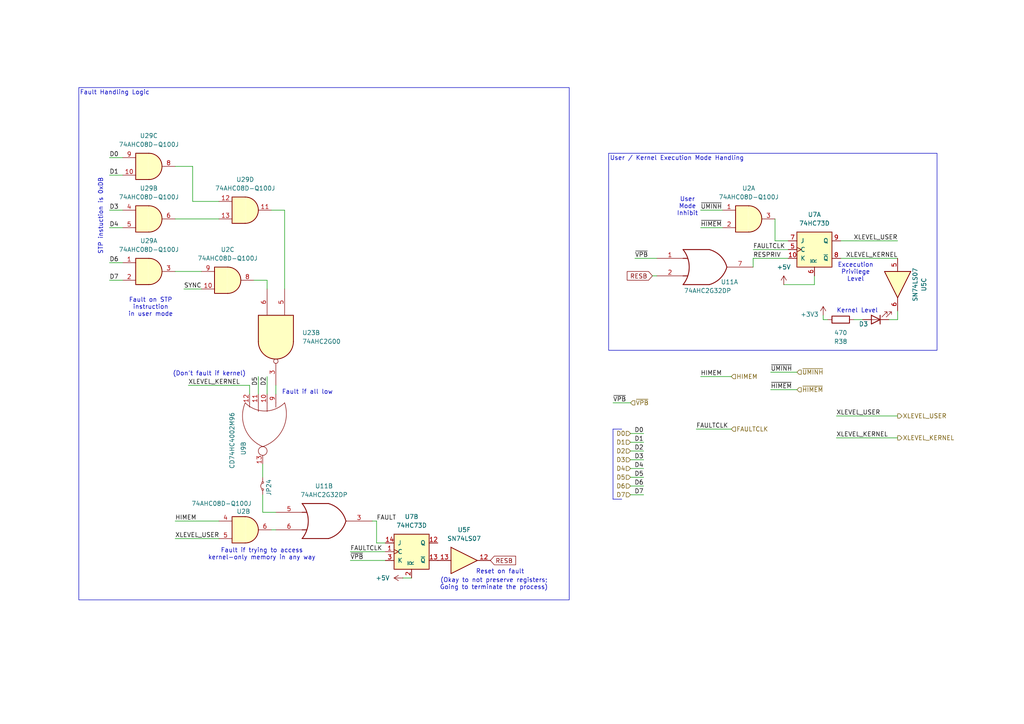
<source format=kicad_sch>
(kicad_sch (version 20250114) (generator "eeschema") (generator_version "9.0")
  (paper "A4")
  (title_block (title "65c02 Homebrew") (rev "Prelim") (company "Joseph R. Freeston") (comment 2 "https://github.com/snorklerjoe/useful6502") (comment 4 "A 65c02-based computer with peripheral i/o offloaded to a PIC16 microcontroller."))
  (lib_symbols
    (symbol "74xGxx:74AHC2G00"
      (property "Reference" "U" (at -2.54 3.81 0))
      (property "Value" "74AHC2G00" (at 0 -3.81 0))
      (symbol "74AHC2G00_1_1"
        (arc (start 0 5.08) (mid 5.0579 0) (end 0 -5.08) (stroke (width 0.254)) (fill (type background)))
        (polyline (pts (xy 0 -5.08) (xy -7.62 -5.08) (xy -7.62 5.08) (xy 0 5.08)) (stroke (width 0.254)) (fill (type background)))
        (pin input line (at -15.24 2.54 0) (length 7.62) (name "~") (number "1"))
        (pin input line (at -15.24 -2.54 0) (length 7.62) (name "~") (number "2"))
        (pin output inverted (at 12.7 0 180) (length 7.62) (name "~") (number "7"))
      )
      (symbol "74AHC2G00_2_1"
        (arc (start 0 5.08) (mid 5.0579 0) (end 0 -5.08) (stroke (width 0.254)) (fill (type background)))
        (polyline (pts (xy 0 -5.08) (xy -7.62 -5.08) (xy -7.62 5.08) (xy 0 5.08)) (stroke (width 0.254)) (fill (type background)))
        (pin input line (at -15.24 2.54 0) (length 7.62) (name "~") (number "5"))
        (pin input line (at -15.24 -2.54 0) (length 7.62) (name "~") (number "6"))
        (pin output inverted (at 12.7 0 180) (length 7.62) (name "~") (number "3"))
      )
      (symbol "74AHC2G00_3_0"
        (rectangle (start -5.08 -5.08) (end 5.08 5.08) (stroke (width 0.254)) (fill (type background)))
      )
      (symbol "74AHC2G00_3_1"
        (pin power_in line (at 0 10.16 270) (length 5.08) (name "VCC") (number "8"))
        (pin power_in line (at 0 -10.16 90) (length 5.08) (name "GND") (number "4"))
      )
    )
    (symbol "74xGxx:74LVC2G32"
      (property "Reference" "U" (at -7.62 7.62 0))
      (property "Value" "74LVC2G32" (at -7.62 -7.62 0))
      (symbol "74LVC2G32_1_1"
        (arc (start -7.62 5.08) (mid -5.838 0) (end -7.62 -5.08) (stroke (width 0.254)))
        (polyline (pts (xy -7.62 2.54) (xy -6.35 2.54)) (stroke (width 0.254)) (fill (type background)))
        (polyline (pts (xy -7.62 -2.54) (xy -6.35 -2.54)) (stroke (width 0.254)) (fill (type background)))
        (arc (start 5.08 0) (mid 3.202 -3.202) (end 0 -5.08) (stroke (width 0.254)))
        (arc (start 0 5.08) (mid 3.2271 3.2271) (end 5.08 0) (stroke (width 0.254)))
        (polyline (pts (xy 0 5.08) (xy -7.62 5.08)) (stroke (width 0.254)) (fill (type background)))
        (polyline (pts (xy 0 -5.08) (xy -7.62 -5.08)) (stroke (width 0.254)) (fill (type background)))
        (pin input line (at -15.24 2.54 0) (length 7.62) (name "~") (number "1"))
        (pin input line (at -15.24 -2.54 0) (length 7.62) (name "~") (number "2"))
        (pin output line (at 12.7 0 180) (length 7.62) (name "~") (number "7"))
      )
      (symbol "74LVC2G32_2_1"
        (arc (start -7.62 5.08) (mid -5.838 0) (end -7.62 -5.08) (stroke (width 0.254)))
        (polyline (pts (xy -7.62 2.54) (xy -6.35 2.54)) (stroke (width 0.254)) (fill (type background)))
        (polyline (pts (xy -7.62 -2.54) (xy -6.35 -2.54)) (stroke (width 0.254)) (fill (type background)))
        (arc (start 5.08 0) (mid 3.202 -3.202) (end 0 -5.08) (stroke (width 0.254)))
        (arc (start 0 5.08) (mid 3.2271 3.2271) (end 5.08 0) (stroke (width 0.254)))
        (polyline (pts (xy 0 5.08) (xy -7.62 5.08)) (stroke (width 0.254)) (fill (type background)))
        (polyline (pts (xy 0 -5.08) (xy -7.62 -5.08)) (stroke (width 0.254)) (fill (type background)))
        (pin input line (at -15.24 2.54 0) (length 7.62) (name "~") (number "5"))
        (pin input line (at -15.24 -2.54 0) (length 7.62) (name "~") (number "6"))
        (pin output line (at 12.7 0 180) (length 7.62) (name "~") (number "3"))
      )
      (symbol "74LVC2G32_3_0"
        (rectangle (start -5.08 -5.08) (end 5.08 5.08) (stroke (width 0.254)) (fill (type background)))
      )
      (symbol "74LVC2G32_3_1"
        (pin power_in line (at 0 10.16 270) (length 5.08) (name "VCC") (number "8"))
        (pin power_in line (at 0 -10.16 90) (length 5.08) (name "GND") (number "4"))
      )
    )
    (symbol "74xx:74LS08" (pin_names (offset 1.016))
      (property "Reference" "U" (at 0 1.27 0))
      (property "Value" "74LS08" (at 0 -1.27 0))
      (symbol "74LS08_1_1"
        (arc (start 0 3.81) (mid 3.7934 0) (end 0 -3.81) (stroke (width 0.254)) (fill (type background)))
        (polyline (pts (xy 0 3.81) (xy -3.81 3.81) (xy -3.81 -3.81) (xy 0 -3.81)) (stroke (width 0.254)) (fill (type background)))
        (pin input line (at -7.62 2.54 0) (length 3.81) (name "~") (number "1"))
        (pin input line (at -7.62 -2.54 0) (length 3.81) (name "~") (number "2"))
        (pin output line (at 7.62 0 180) (length 3.81) (name "~") (number "3"))
      )
      (symbol "74LS08_1_2"
        (arc (start -3.81 3.81) (mid -2.589 0) (end -3.81 -3.81) (stroke (width 0.254)))
        (polyline (pts (xy -3.81 3.81) (xy -0.635 3.81)) (stroke (width 0.254)) (fill (type background)))
        (polyline (pts (xy -3.81 -3.81) (xy -0.635 -3.81)) (stroke (width 0.254)) (fill (type background)))
        (arc (start 3.81 0) (mid 2.1855 -2.584) (end -0.6096 -3.81) (stroke (width 0.254)) (fill (type background)))
        (arc (start -0.6096 3.81) (mid 2.1928 2.5924) (end 3.81 0) (stroke (width 0.254)) (fill (type background)))
        (polyline (pts (xy -0.635 3.81) (xy -3.81 3.81) (xy -3.81 3.81) (xy -3.556 3.4036) (xy -3.0226 2.2606) (xy -2.6924 1.0414) (xy -2.6162 -0.254) (xy -2.7686 -1.4986) (xy -3.175 -2.7178) (xy -3.81 -3.81) (xy -3.81 -3.81) (xy -0.635 -3.81)) (stroke (width -25.4)) (fill (type background)))
        (pin input inverted (at -7.62 2.54 0) (length 4.318) (name "~") (number "1"))
        (pin input inverted (at -7.62 -2.54 0) (length 4.318) (name "~") (number "2"))
        (pin output inverted (at 7.62 0 180) (length 3.81) (name "~") (number "3"))
      )
      (symbol "74LS08_2_1"
        (arc (start 0 3.81) (mid 3.7934 0) (end 0 -3.81) (stroke (width 0.254)) (fill (type background)))
        (polyline (pts (xy 0 3.81) (xy -3.81 3.81) (xy -3.81 -3.81) (xy 0 -3.81)) (stroke (width 0.254)) (fill (type background)))
        (pin input line (at -7.62 2.54 0) (length 3.81) (name "~") (number "4"))
        (pin input line (at -7.62 -2.54 0) (length 3.81) (name "~") (number "5"))
        (pin output line (at 7.62 0 180) (length 3.81) (name "~") (number "6"))
      )
      (symbol "74LS08_2_2"
        (arc (start -3.81 3.81) (mid -2.589 0) (end -3.81 -3.81) (stroke (width 0.254)))
        (polyline (pts (xy -3.81 3.81) (xy -0.635 3.81)) (stroke (width 0.254)) (fill (type background)))
        (polyline (pts (xy -3.81 -3.81) (xy -0.635 -3.81)) (stroke (width 0.254)) (fill (type background)))
        (arc (start 3.81 0) (mid 2.1855 -2.584) (end -0.6096 -3.81) (stroke (width 0.254)) (fill (type background)))
        (arc (start -0.6096 3.81) (mid 2.1928 2.5924) (end 3.81 0) (stroke (width 0.254)) (fill (type background)))
        (polyline (pts (xy -0.635 3.81) (xy -3.81 3.81) (xy -3.81 3.81) (xy -3.556 3.4036) (xy -3.0226 2.2606) (xy -2.6924 1.0414) (xy -2.6162 -0.254) (xy -2.7686 -1.4986) (xy -3.175 -2.7178) (xy -3.81 -3.81) (xy -3.81 -3.81) (xy -0.635 -3.81)) (stroke (width -25.4)) (fill (type background)))
        (pin input inverted (at -7.62 2.54 0) (length 4.318) (name "~") (number "4"))
        (pin input inverted (at -7.62 -2.54 0) (length 4.318) (name "~") (number "5"))
        (pin output inverted (at 7.62 0 180) (length 3.81) (name "~") (number "6"))
      )
      (symbol "74LS08_3_1"
        (arc (start 0 3.81) (mid 3.7934 0) (end 0 -3.81) (stroke (width 0.254)) (fill (type background)))
        (polyline (pts (xy 0 3.81) (xy -3.81 3.81) (xy -3.81 -3.81) (xy 0 -3.81)) (stroke (width 0.254)) (fill (type background)))
        (pin input line (at -7.62 2.54 0) (length 3.81) (name "~") (number "9"))
        (pin input line (at -7.62 -2.54 0) (length 3.81) (name "~") (number "10"))
        (pin output line (at 7.62 0 180) (length 3.81) (name "~") (number "8"))
      )
      (symbol "74LS08_3_2"
        (arc (start -3.81 3.81) (mid -2.589 0) (end -3.81 -3.81) (stroke (width 0.254)))
        (polyline (pts (xy -3.81 3.81) (xy -0.635 3.81)) (stroke (width 0.254)) (fill (type background)))
        (polyline (pts (xy -3.81 -3.81) (xy -0.635 -3.81)) (stroke (width 0.254)) (fill (type background)))
        (arc (start 3.81 0) (mid 2.1855 -2.584) (end -0.6096 -3.81) (stroke (width 0.254)) (fill (type background)))
        (arc (start -0.6096 3.81) (mid 2.1928 2.5924) (end 3.81 0) (stroke (width 0.254)) (fill (type background)))
        (polyline (pts (xy -0.635 3.81) (xy -3.81 3.81) (xy -3.81 3.81) (xy -3.556 3.4036) (xy -3.0226 2.2606) (xy -2.6924 1.0414) (xy -2.6162 -0.254) (xy -2.7686 -1.4986) (xy -3.175 -2.7178) (xy -3.81 -3.81) (xy -3.81 -3.81) (xy -0.635 -3.81)) (stroke (width -25.4)) (fill (type background)))
        (pin input inverted (at -7.62 2.54 0) (length 4.318) (name "~") (number "9"))
        (pin input inverted (at -7.62 -2.54 0) (length 4.318) (name "~") (number "10"))
        (pin output inverted (at 7.62 0 180) (length 3.81) (name "~") (number "8"))
      )
      (symbol "74LS08_4_1"
        (arc (start 0 3.81) (mid 3.7934 0) (end 0 -3.81) (stroke (width 0.254)) (fill (type background)))
        (polyline (pts (xy 0 3.81) (xy -3.81 3.81) (xy -3.81 -3.81) (xy 0 -3.81)) (stroke (width 0.254)) (fill (type background)))
        (pin input line (at -7.62 2.54 0) (length 3.81) (name "~") (number "12"))
        (pin input line (at -7.62 -2.54 0) (length 3.81) (name "~") (number "13"))
        (pin output line (at 7.62 0 180) (length 3.81) (name "~") (number "11"))
      )
      (symbol "74LS08_4_2"
        (arc (start -3.81 3.81) (mid -2.589 0) (end -3.81 -3.81) (stroke (width 0.254)))
        (polyline (pts (xy -3.81 3.81) (xy -0.635 3.81)) (stroke (width 0.254)) (fill (type background)))
        (polyline (pts (xy -3.81 -3.81) (xy -0.635 -3.81)) (stroke (width 0.254)) (fill (type background)))
        (arc (start 3.81 0) (mid 2.1855 -2.584) (end -0.6096 -3.81) (stroke (width 0.254)) (fill (type background)))
        (arc (start -0.6096 3.81) (mid 2.1928 2.5924) (end 3.81 0) (stroke (width 0.254)) (fill (type background)))
        (polyline (pts (xy -0.635 3.81) (xy -3.81 3.81) (xy -3.81 3.81) (xy -3.556 3.4036) (xy -3.0226 2.2606) (xy -2.6924 1.0414) (xy -2.6162 -0.254) (xy -2.7686 -1.4986) (xy -3.175 -2.7178) (xy -3.81 -3.81) (xy -3.81 -3.81) (xy -0.635 -3.81)) (stroke (width -25.4)) (fill (type background)))
        (pin input inverted (at -7.62 2.54 0) (length 4.318) (name "~") (number "12"))
        (pin input inverted (at -7.62 -2.54 0) (length 4.318) (name "~") (number "13"))
        (pin output inverted (at 7.62 0 180) (length 3.81) (name "~") (number "11"))
      )
      (symbol "74LS08_5_0"
        (pin power_in line (at 0 12.7 270) (length 5.08) (name "VCC") (number "14"))
        (pin power_in line (at 0 -12.7 90) (length 5.08) (name "GND") (number "7"))
      )
      (symbol "74LS08_5_1"
        (rectangle (start -5.08 7.62) (end 5.08 -7.62) (stroke (width 0.254)) (fill (type background)))
      )
    )
    (symbol "74xx:74LS73" (pin_names (offset 1.016))
      (property "Reference" "U" (at -7.62 8.89 0))
      (property "Value" "74LS73" (at -7.62 -8.89 0))
      (symbol "74LS73_1_0"
        (pin input line (at -7.62 2.54 0) (length 2.54) (name "J") (number "7"))
        (pin input clock (at -7.62 0 0) (length 2.54) (name "C") (number "5"))
        (pin input line (at -7.62 -2.54 0) (length 2.54) (name "K") (number "10"))
        (pin input line (at 0 -7.62 90) (length 2.54) (name "~{R}") (number "6"))
        (pin output line (at 7.62 2.54 180) (length 2.54) (name "Q") (number "9"))
        (pin output line (at 7.62 -2.54 180) (length 2.54) (name "~{Q}") (number "8"))
      )
      (symbol "74LS73_1_1"
        (rectangle (start -5.08 5.08) (end 5.08 -5.08) (stroke (width 0.254)) (fill (type background)))
      )
      (symbol "74LS73_2_0"
        (pin input line (at -7.62 2.54 0) (length 2.54) (name "J") (number "14"))
        (pin input clock (at -7.62 0 0) (length 2.54) (name "C") (number "1"))
        (pin input line (at -7.62 -2.54 0) (length 2.54) (name "K") (number "3"))
        (pin input line (at 0 -7.62 90) (length 2.54) (name "~{R}") (number "2"))
        (pin output line (at 7.62 2.54 180) (length 2.54) (name "Q") (number "12"))
        (pin output line (at 7.62 -2.54 180) (length 2.54) (name "~{Q}") (number "13"))
      )
      (symbol "74LS73_2_1"
        (rectangle (start -5.08 5.08) (end 5.08 -5.08) (stroke (width 0.254)) (fill (type background)))
      )
      (symbol "74LS73_3_0"
        (pin power_in line (at 0 10.16 270) (length 2.54) (name "VCC") (number "4"))
        (pin power_in line (at 0 -10.16 90) (length 2.54) (name "GND") (number "11"))
      )
      (symbol "74LS73_3_1"
        (rectangle (start -5.08 7.62) (end 5.08 -7.62) (stroke (width 0.254)) (fill (type background)))
      )
    )
    (symbol "74xx:SN74LS07" (pin_names (offset 1.016))
      (property "Reference" "U" (at 0 1.27 0))
      (property "Value" "SN74LS07" (at 0 -1.27 0))
      (symbol "SN74LS07_1_0"
        (polyline (pts (xy -3.81 3.81) (xy -3.81 -3.81) (xy 3.81 0) (xy -3.81 3.81)) (stroke (width 0.254)) (fill (type background)))
        (pin input line (at -7.62 0 0) (length 3.81) (name "~") (number "1"))
        (pin open_collector line (at 7.62 0 180) (length 3.81) (name "~") (number "2"))
      )
      (symbol "SN74LS07_2_0"
        (polyline (pts (xy -3.81 3.81) (xy -3.81 -3.81) (xy 3.81 0) (xy -3.81 3.81)) (stroke (width 0.254)) (fill (type background)))
        (pin input line (at -7.62 0 0) (length 3.81) (name "~") (number "3"))
        (pin open_collector line (at 7.62 0 180) (length 3.81) (name "~") (number "4"))
      )
      (symbol "SN74LS07_3_0"
        (polyline (pts (xy -3.81 3.81) (xy -3.81 -3.81) (xy 3.81 0) (xy -3.81 3.81)) (stroke (width 0.254)) (fill (type background)))
        (pin input line (at -7.62 0 0) (length 3.81) (name "~") (number "5"))
        (pin open_collector line (at 7.62 0 180) (length 3.81) (name "~") (number "6"))
      )
      (symbol "SN74LS07_4_0"
        (polyline (pts (xy -3.81 3.81) (xy -3.81 -3.81) (xy 3.81 0) (xy -3.81 3.81)) (stroke (width 0.254)) (fill (type background)))
        (pin input line (at -7.62 0 0) (length 3.81) (name "~") (number "9"))
        (pin open_collector line (at 7.62 0 180) (length 3.81) (name "~") (number "8"))
      )
      (symbol "SN74LS07_5_0"
        (polyline (pts (xy -3.81 3.81) (xy -3.81 -3.81) (xy 3.81 0) (xy -3.81 3.81)) (stroke (width 0.254)) (fill (type background)))
        (pin input line (at -7.62 0 0) (length 3.81) (name "~") (number "11"))
        (pin open_collector line (at 7.62 0 180) (length 3.81) (name "~") (number "10"))
      )
      (symbol "SN74LS07_6_0"
        (polyline (pts (xy -3.81 3.81) (xy -3.81 -3.81) (xy 3.81 0) (xy -3.81 3.81)) (stroke (width 0.254)) (fill (type background)))
        (pin input line (at -7.62 0 0) (length 3.81) (name "~") (number "13"))
        (pin open_collector line (at 7.62 0 180) (length 3.81) (name "~") (number "12"))
      )
      (symbol "SN74LS07_7_0"
        (pin power_in line (at 0 12.7 270) (length 5.08) (name "VCC") (number "14"))
        (pin power_in line (at 0 -12.7 90) (length 5.08) (name "GND") (number "7"))
      )
      (symbol "SN74LS07_7_1"
        (rectangle (start -5.08 7.62) (end 5.08 -7.62) (stroke (width 0.254)) (fill (type background)))
      )
    )
    (symbol "Device:LED" (pin_numbers (hide yes)) (pin_names (offset 1.016) (hide yes))
      (property "Reference" "D" (at 0 2.54 0))
      (property "Value" "LED" (at 0 -2.54 0))
      (symbol "LED_0_1"
        (polyline (pts (xy -3.048 -0.762) (xy -4.572 -2.286) (xy -3.81 -2.286) (xy -4.572 -2.286) (xy -4.572 -1.524)))
        (polyline (pts (xy -1.778 -0.762) (xy -3.302 -2.286) (xy -2.54 -2.286) (xy -3.302 -2.286) (xy -3.302 -1.524)))
        (polyline (pts (xy -1.27 0) (xy 1.27 0)))
        (polyline (pts (xy -1.27 -1.27) (xy -1.27 1.27)) (stroke (width 0.254)))
        (polyline (pts (xy 1.27 -1.27) (xy 1.27 1.27) (xy -1.27 0) (xy 1.27 -1.27)) (stroke (width 0.254)))
      )
      (symbol "LED_1_1"
        (pin passive line (at -3.81 0 0) (length 2.54) (name "K") (number "1"))
        (pin passive line (at 3.81 0 180) (length 2.54) (name "A") (number "2"))
      )
    )
    (symbol "Device:R" (pin_numbers (hide yes)) (pin_names (offset 0))
      (property "Reference" "R" (at 2.032 0 90))
      (property "Value" "R" (at 0 0 90))
      (symbol "R_0_1"
        (rectangle (start -1.016 -2.54) (end 1.016 2.54) (stroke (width 0.254)))
      )
      (symbol "R_1_1"
        (pin passive line (at 0 3.81 270) (length 1.27) (name "~") (number "1"))
        (pin passive line (at 0 -3.81 90) (length 1.27) (name "~") (number "2"))
      )
    )
    (symbol "Jumper:Jumper_2_Small_Bridged" (pin_numbers (hide yes)) (pin_names (offset 0) (hide yes))
      (property "Reference" "JP" (at 0 2.032 0))
      (property "Value" "Jumper_2_Small_Bridged" (at 0 -2.286 0))
      (symbol "Jumper_2_Small_Bridged_0_0"
        (circle (center -1.016 0) (radius 0.254))
        (circle (center 1.016 0) (radius 0.254))
      )
      (symbol "Jumper_2_Small_Bridged_0_1"
        (arc (start -0.762 0.254) (mid 0 0.5696) (end 0.762 0.254))
      )
      (symbol "Jumper_2_Small_Bridged_1_1"
        (pin passive line (at -2.54 0 0) (length 1.27) (name "A") (number "1"))
        (pin passive line (at 2.54 0 180) (length 1.27) (name "B") (number "2"))
      )
    )
    (symbol "custom:_1"
      (property "Reference" "U" (at 7.62 7.62 0))
      (property "Value" "CD74HC4002M96" (at 14.986 9.906 0))
      (symbol "_1_1_1"
        (arc (start -3.81 6.35) (mid -1.4428 0.635) (end -3.81 -5.08))
        (polyline (pts (xy -3.81 3.81) (xy -2.54 3.81)))
        (polyline (pts (xy -3.81 1.27) (xy -1.27 1.27)))
        (polyline (pts (xy -3.81 -1.27) (xy -1.27 -1.27)))
        (polyline (pts (xy -3.81 -3.81) (xy -2.54 -3.81)))
        (arc (start -3.81 6.35) (mid 3.8552 5.8053) (end 8.89 0))
        (arc (start 8.89 0) (mid 3.5921 -5.1703) (end -3.81 -5.08))
        (circle (center 10.16 0) (radius 1.27))
        (pin input line (at -6.35 3.81 0) (length 2.54) (name "") (number "2"))
        (pin input line (at -6.35 1.27 0) (length 2.54) (name "") (number "3"))
        (pin input line (at -6.35 -1.27 0) (length 2.54) (name "") (number "4"))
        (pin input line (at -6.35 -3.81 0) (length 2.54) (name "") (number "5"))
        (pin output line (at 13.97 0 180) (length 2.54) (name "") (number "1"))
      )
      (symbol "_1_1_2"
        (pin input line (at -6.35 3.81 0) (length 2.54) (name "") (number "2"))
        (pin input line (at -6.35 1.27 0) (length 2.54) (name "") (number "3"))
        (pin input line (at -6.35 -1.27 0) (length 2.54) (name "") (number "4"))
        (pin input line (at -6.35 -3.81 0) (length 2.54) (name "") (number "5"))
        (pin input line (at 13.97 0 180) (length 2.54) (name "") (number "1"))
      )
      (symbol "_1_2_1"
        (arc (start -6.35 6.35) (mid -3.9828 0.635) (end -6.35 -5.08))
        (polyline (pts (xy -6.35 3.81) (xy -5.08 3.81)))
        (polyline (pts (xy -6.35 1.27) (xy -3.81 1.27)))
        (polyline (pts (xy -6.35 -1.27) (xy -3.81 -1.27)))
        (polyline (pts (xy -6.35 -3.81) (xy -5.08 -3.81)))
        (arc (start -6.35 6.35) (mid 1.3152 5.8053) (end 6.35 0))
        (arc (start 6.35 0) (mid 1.0521 -5.1703) (end -6.35 -5.08))
        (circle (center 7.62 0) (radius 1.27))
        (pin input line (at -8.89 3.81 0) (length 2.54) (name "") (number "9"))
        (pin input line (at -8.89 1.27 0) (length 2.54) (name "") (number "10"))
        (pin input line (at -8.89 -1.27 0) (length 2.54) (name "") (number "11"))
        (pin input line (at -8.89 -3.81 0) (length 2.54) (name "") (number "12"))
        (pin output line (at 11.43 0 180) (length 2.54) (name "") (number "13"))
      )
      (symbol "_1_2_2"
        (pin input line (at -8.89 3.81 0) (length 2.54) (name "") (number "9"))
        (pin input line (at -8.89 1.27 0) (length 2.54) (name "") (number "10"))
        (pin input line (at -8.89 -1.27 0) (length 2.54) (name "") (number "11"))
        (pin input line (at -8.89 -3.81 0) (length 2.54) (name "") (number "12"))
        (pin input line (at 11.43 0 180) (length 2.54) (name "") (number "13"))
      )
      (symbol "_1_3_1"
        (rectangle (start -6.35 6.35) (end 6.35 -7.62))
        (pin power_in line (at 0 8.89 270) (length 2.54) (name "VCC") (number "14"))
        (pin power_in line (at 0 -10.16 90) (length 2.54) (name "GND") (number "7"))
      )
      (symbol "_1_3_2"
        (pin input line (at -6.35 3.81 0) (length 2.54) (name "") (number "2"))
        (pin input line (at -6.35 1.27 0) (length 2.54) (name "") (number "3"))
        (pin input line (at -6.35 -1.27 0) (length 2.54) (name "") (number "4"))
        (pin input line (at -6.35 -3.81 0) (length 2.54) (name "") (number "5"))
        (pin input line (at 13.97 0 180) (length 2.54) (name "") (number "1"))
      )
    )
    (symbol "power:+3V3" (power) (pin_numbers (hide yes)) (pin_names (offset 0) (hide yes))
      (property "Value" "+3V3" (at 0 3.556 0))
      (symbol "+3V3_0_1"
        (polyline (pts (xy -0.762 1.27) (xy 0 2.54)))
        (polyline (pts (xy 0 2.54) (xy 0.762 1.27)))
        (polyline (pts (xy 0 0) (xy 0 2.54)))
      )
      (symbol "+3V3_1_1"
        (pin power_in line (at 0 0 90) (length 0) (name "~") (number "1"))
      )
    )
    (symbol "power:+5V" (power) (pin_numbers (hide yes)) (pin_names (offset 0) (hide yes))
      (property "Value" "+5V" (at 0 3.556 0))
      (symbol "+5V_0_1"
        (polyline (pts (xy -0.762 1.27) (xy 0 2.54)))
        (polyline (pts (xy 0 2.54) (xy 0.762 1.27)))
        (polyline (pts (xy 0 0) (xy 0 2.54)))
      )
      (symbol "+5V_1_1"
        (pin power_in line (at 0 0 90) (length 0) (name "~") (number "1"))
      )
    )
  )
  (rectangle (start 176.53 44.45) (end 271.78 101.6))
  (rectangle (start 22.86 25.4) (end 165.1 173.99))
  (text "User\nMode\nInhibit" (at 199.39 59.944 0) (effects (font (size 1.27 1.27))))
  (text "Kernel Level" (at 248.666 90.17 0) (effects (font (size 1.27 1.27))))
  (text "Fault if trying to access\nkernel-only memory in any way" (at 75.946 160.782 0) (effects (font (size 1.27 1.27))))
  (text "User / Kernel Execution Mode Handling" (at 196.342 45.974 0) (effects (font (size 1.27 1.27))))
  (text "(Don't fault if kernel)" (at 60.706 108.458 0) (effects (font (size 1.27 1.27))))
  (text "Fault if all low" (at 89.154 113.792 0) (effects (font (size 1.27 1.27))))
  (text "Reset on fault" (at 145.034 165.862 0) (effects (font (size 1.27 1.27))))
  (text "(Okay to not preserve registers;\nGoing to terminate the process)" (at 143.256 169.418 0) (effects (font (size 1.27 1.27))))
  (text "Fault on STP\ninstruction\nin user mode" (at 43.688 89.154 0) (effects (font (size 1.27 1.27))))
  (text "STP instuction is 0xDB" (at 29.21 62.738 90) (effects (font (size 1.27 1.27))))
  (text "Excecution\nPrivilege\nLevel" (at 248.158 78.994 0) (effects (font (size 1.27 1.27))))
  (text "Fault Handling Logic" (at 33.274 26.924 0) (effects (font (size 1.27 1.27))))
  (wire (pts (xy 77.47 114.3) (xy 77.47 109.22)))
  (wire (pts (xy 212.09 109.22) (xy 203.2 109.22)))
  (wire (pts (xy 223.52 113.03) (xy 231.14 113.03)))
  (wire (pts (xy 50.8 151.13) (xy 63.5 151.13)))
  (wire (pts (xy 186.69 143.51) (xy 182.88 143.51)))
  (wire (pts (xy 54.61 111.76) (xy 72.39 111.76)))
  (wire (pts (xy 76.2 143.51) (xy 76.2 148.59)))
  (wire (pts (xy 35.56 81.28) (xy 31.75 81.28)))
  (wire (pts (xy 243.84 74.93) (xy 260.35 74.93)))
  (polyline (pts (xy 177.8 124.46) (xy 177.8 144.78)))
  (wire (pts (xy 238.76 92.71) (xy 240.03 92.71)))
  (wire (pts (xy 218.44 74.93) (xy 228.6 74.93)))
  (wire (pts (xy 242.57 120.65) (xy 260.35 120.65)))
  (wire (pts (xy 35.56 66.04) (xy 31.75 66.04)))
  (wire (pts (xy 82.55 60.96) (xy 78.74 60.96)))
  (wire (pts (xy 177.8 116.84) (xy 182.88 116.84)))
  (wire (pts (xy 260.35 92.71) (xy 260.35 90.17)))
  (wire (pts (xy 77.47 81.28) (xy 73.66 81.28)))
  (wire (pts (xy 55.88 48.26) (xy 50.8 48.26)))
  (wire (pts (xy 186.69 130.81) (xy 182.88 130.81)))
  (wire (pts (xy 190.5 80.01) (xy 189.23 80.01)))
  (wire (pts (xy 186.69 135.89) (xy 182.88 135.89)))
  (wire (pts (xy 223.52 107.95) (xy 231.14 107.95)))
  (wire (pts (xy 63.5 63.5) (xy 50.8 63.5)))
  (wire (pts (xy 212.09 124.46) (xy 201.93 124.46)))
  (wire (pts (xy 101.6 162.56) (xy 111.76 162.56)))
  (wire (pts (xy 247.65 92.71) (xy 250.19 92.71)))
  (wire (pts (xy 74.93 109.22) (xy 74.93 114.3)))
  (wire (pts (xy 109.22 157.48) (xy 111.76 157.48)))
  (wire (pts (xy 218.44 74.93) (xy 218.44 77.47)))
  (wire (pts (xy 236.22 80.01) (xy 236.22 82.55)))
  (wire (pts (xy 107.95 151.13) (xy 109.22 151.13)))
  (polyline (pts (xy 180.34 124.46) (xy 177.8 124.46)))
  (wire (pts (xy 182.88 128.27) (xy 186.69 128.27)))
  (wire (pts (xy 53.34 83.82) (xy 58.42 83.82)))
  (wire (pts (xy 116.84 167.64) (xy 119.38 167.64)))
  (wire (pts (xy 76.2 138.43) (xy 76.2 134.62)))
  (wire (pts (xy 218.44 72.39) (xy 228.6 72.39)))
  (wire (pts (xy 184.15 74.93) (xy 190.5 74.93)))
  (wire (pts (xy 35.56 60.96) (xy 31.75 60.96)))
  (wire (pts (xy 203.2 60.96) (xy 209.55 60.96)))
  (wire (pts (xy 257.81 92.71) (xy 260.35 92.71)))
  (wire (pts (xy 72.39 111.76) (xy 72.39 114.3)))
  (wire (pts (xy 55.88 58.42) (xy 55.88 48.26)))
  (wire (pts (xy 186.69 133.35) (xy 182.88 133.35)))
  (wire (pts (xy 82.55 83.82) (xy 82.55 60.96)))
  (wire (pts (xy 55.88 58.42) (xy 63.5 58.42)))
  (wire (pts (xy 77.47 83.82) (xy 77.47 81.28)))
  (wire (pts (xy 109.22 151.13) (xy 109.22 157.48)))
  (wire (pts (xy 224.79 69.85) (xy 228.6 69.85)))
  (wire (pts (xy 260.35 127) (xy 242.57 127)))
  (wire (pts (xy 238.76 91.44) (xy 238.76 92.71)))
  (wire (pts (xy 182.88 125.73) (xy 186.69 125.73)))
  (wire (pts (xy 76.2 148.59) (xy 80.01 148.59)))
  (wire (pts (xy 186.69 140.97) (xy 182.88 140.97)))
  (wire (pts (xy 224.79 63.5) (xy 224.79 69.85)))
  (wire (pts (xy 35.56 50.8) (xy 31.75 50.8)))
  (wire (pts (xy 203.2 66.04) (xy 209.55 66.04)))
  (wire (pts (xy 186.69 138.43) (xy 182.88 138.43)))
  (wire (pts (xy 35.56 76.2) (xy 31.75 76.2)))
  (wire (pts (xy 227.33 82.55) (xy 236.22 82.55)))
  (wire (pts (xy 50.8 156.21) (xy 63.5 156.21)))
  (wire (pts (xy 243.84 69.85) (xy 260.35 69.85)))
  (polyline (pts (xy 180.34 144.78) (xy 177.8 144.78)))
  (wire (pts (xy 80.01 111.76) (xy 80.01 114.3)))
  (wire (pts (xy 50.8 78.74) (xy 58.42 78.74)))
  (wire (pts (xy 35.56 45.72) (xy 31.75 45.72)))
  (wire (pts (xy 101.6 160.02) (xy 111.76 160.02)))
  (wire (pts (xy 80.01 153.67) (xy 78.74 153.67)))
  (label "D2" (at 186.69 130.81 180))
  (label "~{VPB}" (at 177.8 116.84 0))
  (label "D3" (at 31.75 60.96 0))
  (label "D7" (at 186.69 143.51 180))
  (label "XLEVEL_KERNEL" (at 54.61 111.76 0))
  (label "HIMEM" (at 203.2 109.22 0))
  (label "RESPRIV" (at 218.44 74.93 0))
  (label "D6" (at 186.69 140.97 180))
  (label "D2" (at 77.47 109.22 270))
  (label "~{HIMEM}" (at 203.2 66.04 0))
  (label "D5" (at 186.69 138.43 180))
  (label "~{VPB}" (at 101.6 162.56 0))
  (label "D0" (at 186.69 125.73 180))
  (label "SYNC" (at 53.34 83.82 0))
  (label "D1" (at 31.75 50.8 0))
  (label "D5" (at 74.93 109.22 270))
  (label "D6" (at 31.75 76.2 0))
  (label "~{HIMEM}" (at 223.52 113.03 0))
  (label "D4" (at 31.75 66.04 0))
  (label "XLEVEL_USER" (at 260.35 69.85 180))
  (label "D1" (at 186.69 128.27 180))
  (label "XLEVEL_USER" (at 242.57 120.65 0))
  (label "HIMEM" (at 50.8 151.13 0))
  (label "D4" (at 186.69 135.89 180))
  (label "XLEVEL_USER" (at 50.8 156.21 0))
  (label "D3" (at 186.69 133.35 180))
  (label "XLEVEL_KERNEL" (at 242.57 127 0))
  (label "FAULTCLK" (at 218.44 72.39 0))
  (label "~{UMINH}" (at 203.2 60.96 0))
  (label "FAULTCLK" (at 201.93 124.46 0))
  (label "FAULT" (at 109.22 151.13 0))
  (label "XLEVEL_KERNEL" (at 260.35 74.93 180))
  (label "FAULTCLK" (at 101.6 160.02 0))
  (label "D7" (at 31.75 81.28 0))
  (label "~{UMINH}" (at 223.52 107.95 0))
  (label "~{VPB}" (at 184.15 74.93 0))
  (label "D0" (at 31.75 45.72 0))
  (global_label "RESB" (shape input) (at 189.23 80.01 180) (property "Intersheetrefs" "${INTERSHEET_REFS}" (effects (hide yes))))
  (global_label "RESB" (shape input) (at 142.24 162.56 0) (property "Intersheetrefs" "${INTERSHEET_REFS}" (effects (hide yes))))
  (hierarchical_label "D0" (shape input) (at 182.88 125.73 180))
  (hierarchical_label "D2" (shape input) (at 182.88 130.81 180))
  (hierarchical_label "D3" (shape input) (at 182.88 133.35 180))
  (hierarchical_label "~{UMINH}" (shape input) (at 231.14 107.95 0))
  (hierarchical_label "XLEVEL_USER" (shape output) (at 260.35 120.65 0))
  (hierarchical_label "D6" (shape input) (at 182.88 140.97 180))
  (hierarchical_label "D5" (shape input) (at 182.88 138.43 180))
  (hierarchical_label "FAULTCLK" (shape input) (at 212.09 124.46 0))
  (hierarchical_label "~{HIMEM}" (shape input) (at 231.14 113.03 0))
  (hierarchical_label "HIMEM" (shape input) (at 212.09 109.22 0))
  (hierarchical_label "XLEVEL_KERNEL" (shape output) (at 260.35 127 0))
  (hierarchical_label "~{VPB}" (shape input) (at 182.88 116.84 0))
  (hierarchical_label "D1" (shape input) (at 182.88 128.27 180))
  (hierarchical_label "D7" (shape input) (at 182.88 143.51 180))
  (hierarchical_label "D4" (shape input) (at 182.88 135.89 180))
  (symbol (lib_id "74xx:74LS73") (at 236.22 72.39 0) (unit 1)
    (property "Reference" "U7" (at 236.22 62.23 0))
    (property "Value" "74HC73D" (at 236.22 64.77 0))
    (property "Footprint" "Package_SO:SOIC-14_3.9x8.7mm_P1.27mm" (effects (hide yes)))
    (property "Datasheet" "https://assets.nexperia.com/documents/data-sheet/74HC73.pdf" (effects (hide yes)))
    (property "Description" "Dual JK Flip-Flop, reset" (effects (hide yes)))
    (property "t_pd (ns)" "clk-q: 30; setup: 16; hold: 3" (effects (hide yes)))
  )
  (symbol (lib_id "74xx:74LS08") (at 66.04 81.28 0) (unit 3)
    (property "Reference" "U2" (at 66.0317 72.39 0))
    (property "Value" "74AHC08D-Q100J" (at 66.0317 74.93 0))
    (property "Footprint" "Package_SO:SOIC-14_3.9x8.7mm_P1.27mm" (effects (hide yes)))
    (property "Datasheet" "https://assets.nexperia.com/documents/data-sheet/74AHC_AHCT08_Q100.pdf" (effects (hide yes)))
    (property "Description" "Quad And2" (effects (hide yes)))
    (property "t_pd (ns)" "5.9" (effects (hide yes)))
  )
  (symbol (lib_id "74xGxx:74LVC2G32") (at 205.74 77.47 0) (unit 1)
    (property "Reference" "U11" (at 211.582 81.788 0))
    (property "Value" "74AHC2G32DP" (at 205.232 84.328 0))
    (property "Footprint" "Package_SO:TSSOP-8_3x3mm_P0.65mm" (effects (hide yes)))
    (property "Datasheet" "https://assets.nexperia.com/documents/data-sheet/74AHC_AHCT2G32.pdf" (effects (hide yes)))
    (property "Description" "Dual OR Gate, Low-Voltage CMOS" (effects (hide yes)))
    (property "t_pd (ns)" "6.9" (effects (hide yes)))
  )
  (symbol (lib_id "74xx:74LS08") (at 43.18 63.5 0) (unit 2)
    (property "Reference" "U29" (at 43.1717 54.61 0))
    (property "Value" "74AHC08D-Q100J" (at 43.1717 57.15 0))
    (property "Footprint" "Package_SO:SOIC-14_3.9x8.7mm_P1.27mm" (effects (hide yes)))
    (property "Datasheet" "https://assets.nexperia.com/documents/data-sheet/74AHC_AHCT08_Q100.pdf" (effects (hide yes)))
    (property "Description" "Quad And2" (effects (hide yes)))
    (property "t_pd (ns)" "5.9" (effects (hide yes)))
  )
  (symbol (lib_id "74xx:74LS08") (at 71.12 60.96 0) (unit 4)
    (property "Reference" "U29" (at 71.1117 52.07 0))
    (property "Value" "74AHC08D-Q100J" (at 71.1117 54.61 0))
    (property "Footprint" "Package_SO:SOIC-14_3.9x8.7mm_P1.27mm" (effects (hide yes)))
    (property "Datasheet" "https://assets.nexperia.com/documents/data-sheet/74AHC_AHCT08_Q100.pdf" (effects (hide yes)))
    (property "Description" "Quad And2" (effects (hide yes)))
    (property "t_pd (ns)" "5.9" (effects (hide yes)))
  )
  (symbol (lib_id "Device:R") (at 243.84 92.71 90) (unit 1)
    (property "Reference" "R38" (at 243.84 99.06 90))
    (property "Value" "470" (at 243.84 96.52 90))
    (property "Description" "Resistor" (effects (hide yes)))
  )
  (symbol (lib_id "Device:LED") (at 254 92.71 180) (unit 1)
    (property "Reference" "D3" (at 250.444 93.98 0))
    (property "Value" "LED" (effects (hide yes)))
    (property "Description" "Light emitting diode" (effects (hide yes)))
    (property "Sim.Pins" "1=K 2=A" (effects (hide yes)))
  )
  (symbol (lib_id "74xx:74LS08") (at 71.12 153.67 0) (unit 2)
    (property "Reference" "U2" (at 70.612 148.336 0))
    (property "Value" "74AHC08D-Q100J" (at 64.262 146.05 0))
    (property "Footprint" "Package_SO:SOIC-14_3.9x8.7mm_P1.27mm" (effects (hide yes)))
    (property "Datasheet" "https://assets.nexperia.com/documents/data-sheet/74AHC_AHCT08_Q100.pdf" (effects (hide yes)))
    (property "Description" "Quad And2" (effects (hide yes)))
    (property "t_pd (ns)" "5.9" (effects (hide yes)))
  )
  (symbol (lib_id "74xx:74LS08") (at 43.18 48.26 0) (unit 3)
    (property "Reference" "U29" (at 43.1717 39.37 0))
    (property "Value" "74AHC08D-Q100J" (at 43.1717 41.91 0))
    (property "Footprint" "Package_SO:SOIC-14_3.9x8.7mm_P1.27mm" (effects (hide yes)))
    (property "Datasheet" "https://assets.nexperia.com/documents/data-sheet/74AHC_AHCT08_Q100.pdf" (effects (hide yes)))
    (property "Description" "Quad And2" (effects (hide yes)))
    (property "t_pd (ns)" "5.9" (effects (hide yes)))
  )
  (symbol (lib_id "custom:_1") (at 76.2 123.19 270) (unit 2)
    (property "Reference" "U9" (at 70.612 130.048 0))
    (property "Value" "CD74HC4002M96" (at 67.31 127.762 0))
    (property "Footprint" "Package_SO:SOIC-14_3.9x8.7mm_P1.27mm" (effects (hide yes)))
    (property "Datasheet" "https://www.ti.com/lit/ds/symlink/cd54hc4002.pdf" (effects (hide yes)))
    (property "t_pd (ns)" "8" (effects (hide yes)))
  )
  (symbol (lib_id "74xGxx:74LVC2G32") (at 95.25 151.13 0) (unit 2)
    (property "Reference" "U11" (at 93.98 140.97 0))
    (property "Value" "74AHC2G32DP" (at 93.98 143.51 0))
    (property "Footprint" "Package_SO:TSSOP-8_3x3mm_P0.65mm" (effects (hide yes)))
    (property "Datasheet" "https://assets.nexperia.com/documents/data-sheet/74AHC_AHCT2G32.pdf" (effects (hide yes)))
    (property "Description" "Dual OR Gate, Low-Voltage CMOS" (effects (hide yes)))
    (property "t_pd (ns)" "6.9" (effects (hide yes)))
  )
  (symbol (lib_id "74xx:74LS08") (at 43.18 78.74 0) (unit 1)
    (property "Reference" "U29" (at 43.1717 69.85 0))
    (property "Value" "74AHC08D-Q100J" (at 43.1717 72.39 0))
    (property "Footprint" "Package_SO:SOIC-14_3.9x8.7mm_P1.27mm" (effects (hide yes)))
    (property "Datasheet" "https://assets.nexperia.com/documents/data-sheet/74AHC_AHCT08_Q100.pdf" (effects (hide yes)))
    (property "Description" "Quad And2" (effects (hide yes)))
    (property "t_pd (ns)" "5.9" (effects (hide yes)))
  )
  (symbol (lib_id "power:+3V3") (at 238.76 91.44 0) (unit 1)
    (property "Reference" "#PWR0135" (effects (hide yes)))
    (property "Value" "+3V3" (at 232.156 91.186 0) (effects (justify left)))
    (property "Description" "Power symbol creates a global label with name \"+3V3\"" (effects (hide yes)))
  )
  (symbol (lib_id "74xx:SN74LS07") (at 134.62 162.56 0) (unit 6)
    (property "Reference" "U5" (at 134.62 153.67 0))
    (property "Value" "SN74LS07" (at 134.62 156.21 0))
    (property "Footprint" "Package_SO:SOIC-14_3.9x8.7mm_P1.27mm" (effects (hide yes)))
    (property "Datasheet" "https://www.ti.com/lit/ds/symlink/sn74ls07.pdf" (effects (hide yes)))
    (property "Description" "Hex Buffers and Drivers With Open Collector High Voltage Outputs" (effects (hide yes)))
    (property "t_pd (ns)" "30" (effects (hide yes)))
  )
  (symbol (lib_id "74xx:74LS73") (at 119.38 160.02 0) (unit 2)
    (property "Reference" "U7" (at 119.38 149.86 0))
    (property "Value" "74HC73D" (at 119.38 152.4 0))
    (property "Footprint" "Package_SO:SOIC-14_3.9x8.7mm_P1.27mm" (effects (hide yes)))
    (property "Datasheet" "https://assets.nexperia.com/documents/data-sheet/74HC73.pdf" (effects (hide yes)))
    (property "Description" "Dual JK Flip-Flop, reset" (effects (hide yes)))
    (property "t_pd (ns)" "clk-q: 30; setup: 16; hold: 3" (effects (hide yes)))
  )
  (symbol (lib_id "power:+5V") (at 227.33 82.55 0) (unit 1)
    (property "Reference" "#PWR0134" (effects (hide yes)))
    (property "Value" "+5V" (at 227.33 77.47 0))
    (property "Description" "Power symbol creates a global label with name \"+5V\"" (effects (hide yes)))
  )
  (symbol (lib_id "power:+5V") (at 116.84 167.64 90) (unit 1)
    (property "Reference" "#PWR0133" (effects (hide yes)))
    (property "Value" "+5V" (at 113.03 167.6399 90) (effects (justify left)))
    (property "Description" "Power symbol creates a global label with name \"+5V\"" (effects (hide yes)))
  )
  (symbol (lib_id "74xx:74LS08") (at 217.17 63.5 0) (unit 1)
    (property "Reference" "U2" (at 217.1617 54.61 0))
    (property "Value" "74AHC08D-Q100J" (at 217.1617 57.15 0))
    (property "Footprint" "Package_SO:SOIC-14_3.9x8.7mm_P1.27mm" (effects (hide yes)))
    (property "Datasheet" "https://assets.nexperia.com/documents/data-sheet/74AHC_AHCT08_Q100.pdf" (effects (hide yes)))
    (property "Description" "Quad And2" (effects (hide yes)))
    (property "t_pd (ns)" "5.9" (effects (hide yes)))
  )
  (symbol (lib_id "74xx:SN74LS07") (at 260.35 82.55 270) (unit 3)
    (property "Reference" "U5" (at 267.97 82.55 0))
    (property "Value" "SN74LS07" (at 265.43 82.55 0))
    (property "Footprint" "Package_SO:SOIC-14_3.9x8.7mm_P1.27mm" (effects (hide yes)))
    (property "Datasheet" "https://www.ti.com/lit/ds/symlink/sn74ls07.pdf" (effects (hide yes)))
    (property "Description" "Hex Buffers and Drivers With Open Collector High Voltage Outputs" (effects (hide yes)))
    (property "t_pd (ns)" "30" (effects (hide yes)))
  )
  (symbol (lib_id "Jumper:Jumper_2_Small_Bridged") (at 76.2 140.97 90) (unit 1)
    (property "Reference" "JP24" (at 77.978 138.938 0) (effects (justify right)))
    (property "Value" "Jumper_2_Small_Bridged" (effects (hide yes)))
    (property "Description" "Jumper, 2-pole, small symbol, bridged" (effects (hide yes)))
  )
  (symbol (lib_id "74xGxx:74AHC2G00") (at 80.01 99.06 270) (unit 2)
    (property "Reference" "U23" (at 87.63 96.5088 90) (effects (justify left)))
    (property "Value" "74AHC2G00" (at 87.63 99.0488 90) (effects (justify left)))
    (property "Datasheet" "https://assets.nexperia.com/documents/data-sheet/74AHC_AHCT2G00.pdf" (effects (hide yes)))
    (property "Description" "Dual NAND Gate, High-speed Si-gate CMOS" (effects (hide yes)))
  )
)
</source>
